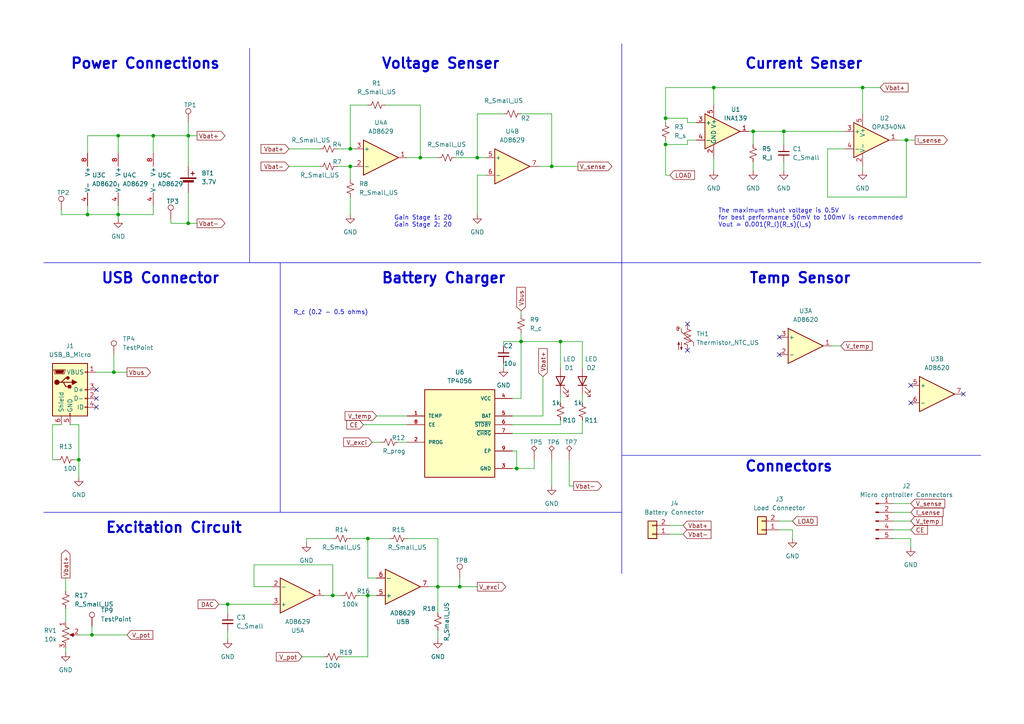
<source format=kicad_sch>
(kicad_sch (version 20230121) (generator eeschema)
  (paper "A4")
  (lib_symbols
    (symbol "Amplifier_Current:INA139" (pin_names (offset 0.127))
      (property "Reference" "U" (at 3.81 5.08 0))
      (property "Value" "INA139" (at 3.81 2.54 0))
      (symbol "INA139_0_1"
        (polyline (pts (xy -5.08 5.08) (xy 5.08 0) (xy -5.08 -5.08) (xy -5.08 5.08)) (stroke (width 0.254)) (fill (type background)))
      )
      (symbol "INA139_1_1"
        (pin output line (at 7.62 0 180) (length 2.54) (name "~") (number "1"))
        (pin power_in line (at -2.54 -7.62 90) (length 3.81) (name "GND") (number "2"))
        (pin input line (at -7.62 2.54 0) (length 2.54) (name "+") (number "3"))
        (pin input line (at -7.62 -2.54 0) (length 2.54) (name "-") (number "4"))
        (pin power_in line (at -2.54 7.62 270) (length 3.81) (name "V+") (number "5"))
      )
    )
    (symbol "Amplifier_Operational:AD8620" (pin_names (offset 0.127))
      (property "Reference" "U" (at 0 5.08 0))
      (property "Value" "AD8620" (at 0 -5.08 0))
      (symbol "AD8620_1_1"
        (polyline (pts (xy -5.08 5.08) (xy 5.08 0) (xy -5.08 -5.08) (xy -5.08 5.08)) (stroke (width 0.254)) (fill (type background)))
        (pin output line (at 7.62 0 180) (length 2.54) (name "~") (number "1"))
        (pin input line (at -7.62 -2.54 0) (length 2.54) (name "-") (number "2"))
        (pin input line (at -7.62 2.54 0) (length 2.54) (name "+") (number "3"))
      )
      (symbol "AD8620_2_1"
        (polyline (pts (xy -5.08 5.08) (xy 5.08 0) (xy -5.08 -5.08) (xy -5.08 5.08)) (stroke (width 0.254)) (fill (type background)))
        (pin input line (at -7.62 2.54 0) (length 2.54) (name "+") (number "5"))
        (pin input line (at -7.62 -2.54 0) (length 2.54) (name "-") (number "6"))
        (pin output line (at 7.62 0 180) (length 2.54) (name "~") (number "7"))
      )
      (symbol "AD8620_3_1"
        (pin power_in line (at -2.54 -7.62 90) (length 3.81) (name "V-") (number "4"))
        (pin power_in line (at -2.54 7.62 270) (length 3.81) (name "V+") (number "8"))
      )
    )
    (symbol "Amplifier_Operational:OPA340NA" (pin_names (offset 0.127))
      (property "Reference" "U" (at -1.27 6.35 0))
      (property "Value" "OPA340NA" (at -1.27 3.81 0))
      (symbol "OPA340NA_0_1"
        (polyline (pts (xy -5.08 5.08) (xy 5.08 0) (xy -5.08 -5.08) (xy -5.08 5.08)) (stroke (width 0.254)) (fill (type background)))
        (pin power_in line (at -2.54 -7.62 90) (length 3.81) (name "V-") (number "2"))
        (pin power_in line (at -2.54 7.62 270) (length 3.81) (name "V+") (number "5"))
      )
      (symbol "OPA340NA_1_1"
        (pin output line (at 7.62 0 180) (length 2.54) (name "~") (number "1"))
        (pin input line (at -7.62 2.54 0) (length 2.54) (name "+") (number "3"))
        (pin input line (at -7.62 -2.54 0) (length 2.54) (name "-") (number "4"))
      )
    )
    (symbol "Connector:Conn_01x05_Pin" (pin_names (offset 1.016) hide)
      (property "Reference" "J" (at 0 7.62 0))
      (property "Value" "Conn_01x05_Pin" (at 0 -7.62 0))
      (symbol "Conn_01x05_Pin_1_1"
        (polyline (pts (xy 1.27 -5.08) (xy 0.8636 -5.08)) (stroke (width 0.1524)))
        (polyline (pts (xy 1.27 -2.54) (xy 0.8636 -2.54)) (stroke (width 0.1524)))
        (polyline (pts (xy 1.27 0) (xy 0.8636 0)) (stroke (width 0.1524)))
        (polyline (pts (xy 1.27 2.54) (xy 0.8636 2.54)) (stroke (width 0.1524)))
        (polyline (pts (xy 1.27 5.08) (xy 0.8636 5.08)) (stroke (width 0.1524)))
        (rectangle (start 0.8636 -4.953) (end 0 -5.207) (stroke (width 0.1524)) (fill (type outline)))
        (rectangle (start 0.8636 -2.413) (end 0 -2.667) (stroke (width 0.1524)) (fill (type outline)))
        (rectangle (start 0.8636 0.127) (end 0 -0.127) (stroke (width 0.1524)) (fill (type outline)))
        (rectangle (start 0.8636 2.667) (end 0 2.413) (stroke (width 0.1524)) (fill (type outline)))
        (rectangle (start 0.8636 5.207) (end 0 4.953) (stroke (width 0.1524)) (fill (type outline)))
        (pin passive line (at 5.08 5.08 180) (length 3.81) (name "Pin_1") (number "1"))
        (pin passive line (at 5.08 2.54 180) (length 3.81) (name "Pin_2") (number "2"))
        (pin passive line (at 5.08 0 180) (length 3.81) (name "Pin_3") (number "3"))
        (pin passive line (at 5.08 -2.54 180) (length 3.81) (name "Pin_4") (number "4"))
        (pin passive line (at 5.08 -5.08 180) (length 3.81) (name "Pin_5") (number "5"))
      )
    )
    (symbol "Connector:TestPoint" (pin_numbers hide) (pin_names (offset 0.762) hide)
      (property "Reference" "TP" (at 0 6.858 0))
      (property "Value" "TestPoint" (at 0 5.08 0))
      (symbol "TestPoint_0_1"
        (circle (center 0 3.302) (radius 0.762))
      )
      (symbol "TestPoint_1_1"
        (pin passive line (at 0 0 90) (length 2.54) (name "1") (number "1"))
      )
    )
    (symbol "Connector:TestPoint_Alt" (pin_numbers hide) (pin_names (offset 0.762) hide)
      (property "Reference" "TP" (at 0 6.858 0))
      (property "Value" "TestPoint_Alt" (at 0 5.08 0))
      (symbol "TestPoint_Alt_0_1"
        (polyline (pts (xy 0 2.54) (xy -0.762 3.302) (xy 0 4.064) (xy 0.762 3.302) (xy 0 2.54)))
      )
      (symbol "TestPoint_Alt_1_1"
        (pin passive line (at 0 0 90) (length 2.54) (name "1") (number "1"))
      )
    )
    (symbol "Connector:USB_B_Micro" (pin_names (offset 1.016))
      (property "Reference" "J" (at -5.08 11.43 0))
      (property "Value" "USB_B_Micro" (at -5.08 8.89 0))
      (symbol "USB_B_Micro_0_1"
        (rectangle (start -5.08 -7.62) (end 5.08 7.62) (stroke (width 0.254)) (fill (type background)))
        (circle (center -3.81 2.159) (radius 0.635) (stroke (width 0.254)) (fill (type outline)))
        (circle (center -0.635 3.429) (radius 0.381) (stroke (width 0.254)) (fill (type outline)))
        (rectangle (start -0.127 -7.62) (end 0.127 -6.858))
        (polyline (pts (xy -1.905 2.159) (xy 0.635 2.159)) (stroke (width 0.254)))
        (polyline (pts (xy -3.175 2.159) (xy -2.54 2.159) (xy -1.27 3.429) (xy -0.635 3.429)) (stroke (width 0.254)))
        (polyline (pts (xy -2.54 2.159) (xy -1.905 2.159) (xy -1.27 0.889) (xy 0 0.889)) (stroke (width 0.254)))
        (polyline (pts (xy 0.635 2.794) (xy 0.635 1.524) (xy 1.905 2.159) (xy 0.635 2.794)) (stroke (width 0.254)) (fill (type outline)))
        (polyline (pts (xy -4.318 5.588) (xy -1.778 5.588) (xy -2.032 4.826) (xy -4.064 4.826) (xy -4.318 5.588)) (fill (type outline)))
        (polyline (pts (xy -4.699 5.842) (xy -4.699 5.588) (xy -4.445 4.826) (xy -4.445 4.572) (xy -1.651 4.572) (xy -1.651 4.826) (xy -1.397 5.588) (xy -1.397 5.842) (xy -4.699 5.842)))
        (rectangle (start 0.254 1.27) (end -0.508 0.508) (stroke (width 0.254)) (fill (type outline)))
        (rectangle (start 5.08 -5.207) (end 4.318 -4.953))
        (rectangle (start 5.08 -2.667) (end 4.318 -2.413))
        (rectangle (start 5.08 -0.127) (end 4.318 0.127))
        (rectangle (start 5.08 4.953) (end 4.318 5.207))
      )
      (symbol "USB_B_Micro_1_1"
        (pin power_out line (at 7.62 5.08 180) (length 2.54) (name "VBUS") (number "1"))
        (pin bidirectional line (at 7.62 -2.54 180) (length 2.54) (name "D-") (number "2"))
        (pin bidirectional line (at 7.62 0 180) (length 2.54) (name "D+") (number "3"))
        (pin passive line (at 7.62 -5.08 180) (length 2.54) (name "ID") (number "4"))
        (pin power_out line (at 0 -10.16 90) (length 2.54) (name "GND") (number "5"))
        (pin passive line (at -2.54 -10.16 90) (length 2.54) (name "Shield") (number "6"))
      )
    )
    (symbol "Connector_Generic:Conn_01x02" (pin_names (offset 1.016) hide)
      (property "Reference" "J" (at 0 2.54 0))
      (property "Value" "Conn_01x02" (at 0 -5.08 0))
      (symbol "Conn_01x02_1_1"
        (rectangle (start -1.27 -2.413) (end 0 -2.667) (stroke (width 0.1524)))
        (rectangle (start -1.27 0.127) (end 0 -0.127) (stroke (width 0.1524)))
        (rectangle (start -1.27 1.27) (end 1.27 -3.81) (stroke (width 0.254)) (fill (type background)))
        (pin passive line (at -5.08 0 0) (length 3.81) (name "Pin_1") (number "1"))
        (pin passive line (at -5.08 -2.54 0) (length 3.81) (name "Pin_2") (number "2"))
      )
    )
    (symbol "Device:Battery_Cell" (pin_numbers hide) (pin_names (offset 0) hide)
      (property "Reference" "BT" (at 2.54 2.54 0))
      (property "Value" "Battery_Cell" (at 2.54 0 0))
      (symbol "Battery_Cell_0_1"
        (rectangle (start -2.286 1.778) (end 2.286 1.524) (fill (type outline)))
        (rectangle (start -1.524 1.016) (end 1.524 0.508) (fill (type outline)))
        (polyline (pts (xy 0 0.762) (xy 0 0)))
        (polyline (pts (xy 0 1.778) (xy 0 2.54)))
        (polyline (pts (xy 0.762 3.048) (xy 1.778 3.048)) (stroke (width 0.254)))
        (polyline (pts (xy 1.27 3.556) (xy 1.27 2.54)) (stroke (width 0.254)))
      )
      (symbol "Battery_Cell_1_1"
        (pin passive line (at 0 5.08 270) (length 2.54) (name "+") (number "1"))
        (pin passive line (at 0 -2.54 90) (length 2.54) (name "-") (number "2"))
      )
    )
    (symbol "Device:C_Small" (pin_numbers hide) (pin_names (offset 0.254) hide)
      (property "Reference" "C" (at 0.254 1.778 0))
      (property "Value" "C_Small" (at 0.254 -2.032 0))
      (symbol "C_Small_0_1"
        (polyline (pts (xy -1.524 -0.508) (xy 1.524 -0.508)) (stroke (width 0.3302)))
        (polyline (pts (xy -1.524 0.508) (xy 1.524 0.508)) (stroke (width 0.3048)))
      )
      (symbol "C_Small_1_1"
        (pin passive line (at 0 2.54 270) (length 2.032) (name "~") (number "1"))
        (pin passive line (at 0 -2.54 90) (length 2.032) (name "~") (number "2"))
      )
    )
    (symbol "Device:LED" (pin_numbers hide) (pin_names (offset 1.016) hide)
      (property "Reference" "D" (at 0 2.54 0))
      (property "Value" "LED" (at 0 -2.54 0))
      (symbol "LED_0_1"
        (polyline (pts (xy -1.27 -1.27) (xy -1.27 1.27)) (stroke (width 0.254)))
        (polyline (pts (xy -1.27 0) (xy 1.27 0)))
        (polyline (pts (xy 1.27 -1.27) (xy 1.27 1.27) (xy -1.27 0) (xy 1.27 -1.27)) (stroke (width 0.254)))
        (polyline (pts (xy -3.048 -0.762) (xy -4.572 -2.286) (xy -3.81 -2.286) (xy -4.572 -2.286) (xy -4.572 -1.524)))
        (polyline (pts (xy -1.778 -0.762) (xy -3.302 -2.286) (xy -2.54 -2.286) (xy -3.302 -2.286) (xy -3.302 -1.524)))
      )
      (symbol "LED_1_1"
        (pin passive line (at -3.81 0 0) (length 2.54) (name "K") (number "1"))
        (pin passive line (at 3.81 0 180) (length 2.54) (name "A") (number "2"))
      )
    )
    (symbol "Device:R_Potentiometer_US" (pin_names (offset 1.016) hide)
      (property "Reference" "RV" (at -4.445 0 90))
      (property "Value" "R_Potentiometer_US" (at -2.54 0 90))
      (symbol "R_Potentiometer_US_0_1"
        (polyline (pts (xy 0 -2.286) (xy 0 -2.54)))
        (polyline (pts (xy 0 2.54) (xy 0 2.286)))
        (polyline (pts (xy 2.54 0) (xy 1.524 0)))
        (polyline (pts (xy 1.143 0) (xy 2.286 0.508) (xy 2.286 -0.508) (xy 1.143 0)) (fill (type outline)))
        (polyline (pts (xy 0 -0.762) (xy 1.016 -1.143) (xy 0 -1.524) (xy -1.016 -1.905) (xy 0 -2.286)))
        (polyline (pts (xy 0 0.762) (xy 1.016 0.381) (xy 0 0) (xy -1.016 -0.381) (xy 0 -0.762)))
        (polyline (pts (xy 0 2.286) (xy 1.016 1.905) (xy 0 1.524) (xy -1.016 1.143) (xy 0 0.762)))
      )
      (symbol "R_Potentiometer_US_1_1"
        (pin passive line (at 0 3.81 270) (length 1.27) (name "1") (number "1"))
        (pin passive line (at 3.81 0 180) (length 1.27) (name "2") (number "2"))
        (pin passive line (at 0 -3.81 90) (length 1.27) (name "3") (number "3"))
      )
    )
    (symbol "Device:R_Small_US" (pin_numbers hide) (pin_names (offset 0.254) hide)
      (property "Reference" "R" (at 0.762 0.508 0))
      (property "Value" "R_Small_US" (at 0.762 -1.016 0))
      (symbol "R_Small_US_1_1"
        (polyline (pts (xy 0 0) (xy 1.016 -0.381) (xy 0 -0.762) (xy -1.016 -1.143) (xy 0 -1.524)))
        (polyline (pts (xy 0 1.524) (xy 1.016 1.143) (xy 0 0.762) (xy -1.016 0.381) (xy 0 0)))
        (pin passive line (at 0 2.54 270) (length 1.016) (name "~") (number "1"))
        (pin passive line (at 0 -2.54 90) (length 1.016) (name "~") (number "2"))
      )
    )
    (symbol "Device:Thermistor_NTC_US" (pin_numbers hide) (pin_names (offset 0))
      (property "Reference" "TH" (at -4.445 0 90))
      (property "Value" "Thermistor_NTC_US" (at 3.175 0 90))
      (symbol "Thermistor_NTC_US_0_1"
        (arc (start -3.048 2.159) (mid -3.0495 2.3143) (end -3.175 2.413))
        (arc (start -3.048 2.159) (mid -2.9736 1.9794) (end -2.794 1.905))
        (arc (start -3.048 2.794) (mid -2.9736 2.6144) (end -2.794 2.54))
        (arc (start -2.794 1.905) (mid -2.6144 1.9794) (end -2.54 2.159))
        (arc (start -2.794 2.54) (mid -2.4393 2.5587) (end -2.159 2.794))
        (arc (start -2.794 3.048) (mid -2.9736 2.9736) (end -3.048 2.794))
        (arc (start -2.54 2.794) (mid -2.6144 2.9736) (end -2.794 3.048))
        (polyline (pts (xy -2.54 2.159) (xy -2.54 2.794)))
        (polyline (pts (xy 0 -2.286) (xy 0 -2.54)))
        (polyline (pts (xy 0 2.286) (xy 0 2.54)))
        (polyline (pts (xy -1.778 2.54) (xy -1.778 1.524) (xy 1.778 -1.524) (xy 1.778 -2.54)))
        (polyline (pts (xy 0 -0.762) (xy 1.016 -1.143) (xy 0 -1.524) (xy -1.016 -1.905) (xy 0 -2.286)))
        (polyline (pts (xy 0 0.762) (xy 1.016 0.381) (xy 0 0) (xy -1.016 -0.381) (xy 0 -0.762)))
        (polyline (pts (xy 0 2.286) (xy 1.016 1.905) (xy 0 1.524) (xy -1.016 1.143) (xy 0 0.762)))
        (polyline (pts (xy -2.54 -3.683) (xy -2.54 -1.397) (xy -2.794 -2.159) (xy -2.286 -2.159) (xy -2.54 -1.397) (xy -2.54 -1.651)) (fill (type outline)))
        (polyline (pts (xy -1.778 -1.397) (xy -1.778 -3.683) (xy -2.032 -2.921) (xy -1.524 -2.921) (xy -1.778 -3.683) (xy -1.778 -3.429)) (fill (type outline)))
      )
      (symbol "Thermistor_NTC_US_1_1"
        (pin passive line (at 0 3.81 270) (length 1.27) (name "~") (number "1"))
        (pin passive line (at 0 -3.81 90) (length 1.27) (name "~") (number "2"))
      )
    )
    (symbol "custom:TP4056" (pin_names (offset 1.016))
      (property "Reference" "U" (at -10.16 13.208 0))
      (property "Value" "TP4056" (at -10.16 -15.24 0))
      (symbol "TP4056_0_0"
        (rectangle (start -10.16 -12.7) (end 10.16 12.7) (stroke (width 0.254)) (fill (type background)))
        (pin input line (at -15.24 5.08 0) (length 5.08) (name "TEMP") (number "1"))
        (pin bidirectional line (at -15.24 -2.54 0) (length 5.08) (name "PROG") (number "2"))
        (pin power_in line (at 15.24 -10.16 180) (length 5.08) (name "GND") (number "3"))
        (pin power_in line (at 15.24 10.16 180) (length 5.08) (name "VCC") (number "4"))
        (pin output line (at 15.24 5.08 180) (length 5.08) (name "BAT") (number "5"))
        (pin output line (at 15.24 2.54 180) (length 5.08) (name "~{STDBY}") (number "6"))
        (pin output line (at 15.24 0 180) (length 5.08) (name "~{CHRG}") (number "7"))
        (pin input line (at -15.24 2.54 0) (length 5.08) (name "CE") (number "8"))
        (pin passive line (at 15.24 -5.08 180) (length 5.08) (name "EP") (number "9"))
      )
    )
    (symbol "power:GND" (power) (pin_names (offset 0))
      (property "Value" "GND" (at 0 -3.81 0))
      (symbol "GND_0_1"
        (polyline (pts (xy 0 0) (xy 0 -1.27) (xy 1.27 -1.27) (xy 0 -2.54) (xy -1.27 -1.27) (xy 0 -1.27)))
      )
      (symbol "GND_1_1"
        (pin power_in line (at 0 0 270) (length 0) hide (name "GND") (number "1"))
      )
    )
  )
  (junction (at 149.86 135.89))
  (junction (at 160.02 48.26))
  (junction (at 162.56 99.06))
  (junction (at 151.13 99.06))
  (junction (at 138.43 45.72))
  (junction (at 121.92 45.72))
  (junction (at 250.19 25.4))
  (junction (at 101.6 48.26))
  (junction (at 106.68 172.72))
  (junction (at 54.61 39.37))
  (junction (at 193.04 34.29))
  (junction (at 34.29 62.23))
  (junction (at 44.45 39.37))
  (junction (at 33.02 107.95))
  (junction (at 227.33 38.1))
  (junction (at 218.44 38.1))
  (junction (at 101.6 43.18))
  (junction (at 22.86 133.35))
  (junction (at 66.04 175.26))
  (junction (at 106.68 156.21))
  (junction (at 54.61 64.77))
  (junction (at 25.4 62.23))
  (junction (at 133.35 170.18))
  (junction (at 96.52 172.72))
  (junction (at 193.04 41.91))
  (junction (at 26.67 184.15))
  (junction (at 262.89 40.64))
  (junction (at 34.29 39.37))
  (junction (at 207.01 25.4))
  (junction (at 127 170.18))
  (no_connect (at 199.39 101.6))
  (no_connect (at 264.16 116.84))
  (no_connect (at 264.16 111.76))
  (no_connect (at 199.39 93.98))
  (no_connect (at 27.94 118.11))
  (no_connect (at 27.94 115.57))
  (no_connect (at 226.06 97.79))
  (no_connect (at 27.94 113.03))
  (no_connect (at 279.4 114.3))
  (no_connect (at 226.06 102.87))
  (wire (pts (xy 227.33 38.1) (xy 245.11 38.1)))
  (wire (pts (xy 207.01 25.4) (xy 250.19 25.4)))
  (wire (pts (xy 193.04 34.29) (xy 193.04 35.56)))
  (wire (pts (xy 19.05 167.64) (xy 19.05 171.45)))
  (wire (pts (xy 54.61 39.37) (xy 57.15 39.37)))
  (wire (pts (xy 166.37 140.97) (xy 165.1 140.97)))
  (wire (pts (xy 127 170.18) (xy 127 177.8)))
  (wire (pts (xy 127 170.18) (xy 133.35 170.18)))
  (wire (pts (xy 88.9 156.21) (xy 96.52 156.21)))
  (wire (pts (xy 160.02 33.02) (xy 160.02 48.26)))
  (wire (pts (xy 149.86 130.81) (xy 149.86 135.89)))
  (wire (pts (xy 151.13 91.44) (xy 151.13 90.17)))
  (wire (pts (xy 109.22 120.65) (xy 118.11 120.65)))
  (wire (pts (xy 162.56 123.19) (xy 162.56 121.92)))
  (wire (pts (xy 160.02 48.26) (xy 167.64 48.26)))
  (wire (pts (xy 44.45 59.69) (xy 44.45 62.23)))
  (wire (pts (xy 193.04 34.29) (xy 199.39 34.29)))
  (wire (pts (xy 88.9 157.48) (xy 88.9 156.21)))
  (polyline (pts (xy 180.34 148.59) (xy 81.28 148.59)))
  (wire (pts (xy 168.91 125.73) (xy 168.91 121.92)))
  (wire (pts (xy 96.52 172.72) (xy 99.06 172.72)))
  (wire (pts (xy 165.1 133.35) (xy 165.1 140.97)))
  (polyline (pts (xy 180.34 132.08) (xy 284.48 132.08)))
  (wire (pts (xy 218.44 38.1) (xy 227.33 38.1)))
  (wire (pts (xy 118.11 156.21) (xy 127 156.21)))
  (wire (pts (xy 101.6 43.18) (xy 102.87 43.18)))
  (wire (pts (xy 33.02 107.95) (xy 33.02 102.87)))
  (wire (pts (xy 115.57 128.27) (xy 118.11 128.27)))
  (wire (pts (xy 262.89 40.64) (xy 265.43 40.64)))
  (wire (pts (xy 194.31 50.8) (xy 193.04 50.8)))
  (wire (pts (xy 241.3 100.33) (xy 243.84 100.33)))
  (wire (pts (xy 148.59 130.81) (xy 149.86 130.81)))
  (wire (pts (xy 83.82 48.26) (xy 92.71 48.26)))
  (wire (pts (xy 259.08 146.05) (xy 264.16 146.05)))
  (wire (pts (xy 121.92 45.72) (xy 118.11 45.72)))
  (wire (pts (xy 99.06 190.5) (xy 106.68 190.5)))
  (wire (pts (xy 138.43 50.8) (xy 138.43 62.23)))
  (wire (pts (xy 104.14 172.72) (xy 106.68 172.72)))
  (wire (pts (xy 54.61 55.88) (xy 54.61 64.77)))
  (wire (pts (xy 66.04 175.26) (xy 66.04 177.8)))
  (wire (pts (xy 73.66 163.83) (xy 96.52 163.83)))
  (wire (pts (xy 78.74 170.18) (xy 73.66 170.18)))
  (wire (pts (xy 168.91 99.06) (xy 168.91 106.68)))
  (wire (pts (xy 124.46 170.18) (xy 127 170.18)))
  (wire (pts (xy 25.4 39.37) (xy 34.29 39.37)))
  (wire (pts (xy 151.13 99.06) (xy 162.56 99.06)))
  (wire (pts (xy 250.19 49.53) (xy 250.19 48.26)))
  (wire (pts (xy 154.94 135.89) (xy 149.86 135.89)))
  (polyline (pts (xy 72.39 13.97) (xy 72.39 76.2)))
  (polyline (pts (xy 180.34 76.2) (xy 180.34 166.37)))
  (wire (pts (xy 207.01 45.72) (xy 207.01 49.53)))
  (wire (pts (xy 193.04 50.8) (xy 193.04 41.91)))
  (wire (pts (xy 162.56 99.06) (xy 162.56 106.68)))
  (wire (pts (xy 148.59 115.57) (xy 151.13 115.57)))
  (wire (pts (xy 87.63 190.5) (xy 93.98 190.5)))
  (wire (pts (xy 66.04 182.88) (xy 66.04 185.42)))
  (wire (pts (xy 16.51 133.35) (xy 15.24 133.35)))
  (wire (pts (xy 111.76 30.48) (xy 121.92 30.48)))
  (wire (pts (xy 146.05 33.02) (xy 138.43 33.02)))
  (wire (pts (xy 106.68 156.21) (xy 101.6 156.21)))
  (wire (pts (xy 146.05 105.41) (xy 146.05 106.68)))
  (wire (pts (xy 148.59 123.19) (xy 162.56 123.19)))
  (wire (pts (xy 245.11 43.18) (xy 240.03 43.18)))
  (wire (pts (xy 162.56 114.3) (xy 162.56 116.84)))
  (polyline (pts (xy 81.28 148.59) (xy 81.28 76.2)))
  (wire (pts (xy 148.59 125.73) (xy 168.91 125.73)))
  (wire (pts (xy 157.48 120.65) (xy 148.59 120.65)))
  (wire (pts (xy 34.29 59.69) (xy 34.29 62.23)))
  (wire (pts (xy 21.59 133.35) (xy 22.86 133.35)))
  (wire (pts (xy 93.98 172.72) (xy 96.52 172.72)))
  (wire (pts (xy 240.03 43.18) (xy 240.03 57.15)))
  (wire (pts (xy 193.04 25.4) (xy 193.04 34.29)))
  (wire (pts (xy 264.16 156.21) (xy 264.16 158.75)))
  (wire (pts (xy 49.53 64.77) (xy 54.61 64.77)))
  (wire (pts (xy 25.4 62.23) (xy 34.29 62.23)))
  (wire (pts (xy 168.91 114.3) (xy 168.91 116.84)))
  (wire (pts (xy 227.33 41.91) (xy 227.33 38.1)))
  (wire (pts (xy 22.86 133.35) (xy 22.86 123.19)))
  (wire (pts (xy 250.19 25.4) (xy 250.19 33.02)))
  (wire (pts (xy 146.05 99.06) (xy 151.13 99.06)))
  (wire (pts (xy 34.29 44.45) (xy 34.29 39.37)))
  (wire (pts (xy 96.52 163.83) (xy 96.52 172.72)))
  (wire (pts (xy 54.61 39.37) (xy 54.61 48.26)))
  (wire (pts (xy 34.29 62.23) (xy 34.29 63.5)))
  (wire (pts (xy 148.59 135.89) (xy 149.86 135.89)))
  (wire (pts (xy 194.31 152.4) (xy 198.12 152.4)))
  (wire (pts (xy 160.02 133.35) (xy 160.02 140.97)))
  (wire (pts (xy 193.04 25.4) (xy 207.01 25.4)))
  (wire (pts (xy 97.79 48.26) (xy 101.6 48.26)))
  (wire (pts (xy 66.04 175.26) (xy 78.74 175.26)))
  (wire (pts (xy 101.6 57.15) (xy 101.6 62.23)))
  (wire (pts (xy 73.66 170.18) (xy 73.66 163.83)))
  (wire (pts (xy 168.91 99.06) (xy 162.56 99.06)))
  (wire (pts (xy 132.08 45.72) (xy 138.43 45.72)))
  (wire (pts (xy 83.82 43.18) (xy 92.71 43.18)))
  (polyline (pts (xy 12.7 148.59) (xy 81.28 148.59)))
  (wire (pts (xy 151.13 33.02) (xy 160.02 33.02)))
  (wire (pts (xy 201.93 35.56) (xy 199.39 35.56)))
  (wire (pts (xy 63.5 175.26) (xy 66.04 175.26)))
  (wire (pts (xy 227.33 46.99) (xy 227.33 49.53)))
  (wire (pts (xy 240.03 57.15) (xy 262.89 57.15)))
  (wire (pts (xy 101.6 48.26) (xy 101.6 52.07)))
  (polyline (pts (xy 72.39 76.2) (xy 180.34 76.2)))
  (wire (pts (xy 44.45 39.37) (xy 44.45 44.45)))
  (wire (pts (xy 146.05 100.33) (xy 146.05 99.06)))
  (wire (pts (xy 259.08 153.67) (xy 264.16 153.67)))
  (wire (pts (xy 121.92 30.48) (xy 121.92 45.72)))
  (polyline (pts (xy 12.7 76.2) (xy 180.34 76.2)))
  (wire (pts (xy 22.86 123.19) (xy 20.32 123.19)))
  (wire (pts (xy 19.05 176.53) (xy 19.05 180.34)))
  (wire (pts (xy 127 182.88) (xy 127 185.42)))
  (wire (pts (xy 259.08 156.21) (xy 264.16 156.21)))
  (wire (pts (xy 34.29 39.37) (xy 44.45 39.37)))
  (wire (pts (xy 109.22 167.64) (xy 106.68 167.64)))
  (wire (pts (xy 17.78 60.96) (xy 17.78 62.23)))
  (wire (pts (xy 199.39 40.64) (xy 201.93 40.64)))
  (wire (pts (xy 151.13 115.57) (xy 151.13 99.06)))
  (wire (pts (xy 193.04 41.91) (xy 199.39 41.91)))
  (wire (pts (xy 54.61 35.56) (xy 54.61 39.37)))
  (wire (pts (xy 25.4 59.69) (xy 25.4 62.23)))
  (wire (pts (xy 26.67 184.15) (xy 36.83 184.15)))
  (wire (pts (xy 106.68 190.5) (xy 106.68 172.72)))
  (wire (pts (xy 101.6 30.48) (xy 101.6 43.18)))
  (wire (pts (xy 22.86 133.35) (xy 22.86 138.43)))
  (wire (pts (xy 25.4 44.45) (xy 25.4 39.37)))
  (wire (pts (xy 26.67 181.61) (xy 26.67 184.15)))
  (wire (pts (xy 105.41 123.19) (xy 118.11 123.19)))
  (wire (pts (xy 44.45 39.37) (xy 54.61 39.37)))
  (wire (pts (xy 194.31 154.94) (xy 198.12 154.94)))
  (wire (pts (xy 262.89 57.15) (xy 262.89 40.64)))
  (wire (pts (xy 49.53 63.5) (xy 49.53 64.77)))
  (wire (pts (xy 151.13 99.06) (xy 151.13 96.52)))
  (wire (pts (xy 97.79 43.18) (xy 101.6 43.18)))
  (wire (pts (xy 140.97 50.8) (xy 138.43 50.8)))
  (wire (pts (xy 27.94 107.95) (xy 33.02 107.95)))
  (wire (pts (xy 15.24 133.35) (xy 15.24 123.19)))
  (wire (pts (xy 229.87 153.67) (xy 229.87 156.21)))
  (wire (pts (xy 106.68 156.21) (xy 106.68 167.64)))
  (wire (pts (xy 250.19 25.4) (xy 255.27 25.4)))
  (wire (pts (xy 160.02 48.26) (xy 156.21 48.26)))
  (wire (pts (xy 22.86 184.15) (xy 26.67 184.15)))
  (wire (pts (xy 15.24 123.19) (xy 17.78 123.19)))
  (wire (pts (xy 226.06 151.13) (xy 229.87 151.13)))
  (wire (pts (xy 199.39 41.91) (xy 199.39 40.64)))
  (wire (pts (xy 217.17 38.1) (xy 218.44 38.1)))
  (wire (pts (xy 262.89 40.64) (xy 260.35 40.64)))
  (polyline (pts (xy 180.34 76.2) (xy 284.48 76.2)))
  (wire (pts (xy 33.02 107.95) (xy 36.83 107.95)))
  (wire (pts (xy 106.68 30.48) (xy 101.6 30.48)))
  (wire (pts (xy 133.35 167.64) (xy 133.35 170.18)))
  (wire (pts (xy 106.68 172.72) (xy 109.22 172.72)))
  (wire (pts (xy 218.44 46.99) (xy 218.44 49.53)))
  (wire (pts (xy 101.6 48.26) (xy 102.87 48.26)))
  (wire (pts (xy 17.78 62.23) (xy 25.4 62.23)))
  (wire (pts (xy 127 156.21) (xy 127 170.18)))
  (wire (pts (xy 19.05 187.96) (xy 19.05 189.23)))
  (wire (pts (xy 54.61 64.77) (xy 57.15 64.77)))
  (wire (pts (xy 138.43 33.02) (xy 138.43 45.72)))
  (wire (pts (xy 259.08 151.13) (xy 264.16 151.13)))
  (wire (pts (xy 138.43 45.72) (xy 140.97 45.72)))
  (wire (pts (xy 199.39 35.56) (xy 199.39 34.29)))
  (polyline (pts (xy 180.34 12.7) (xy 180.34 76.2)))
  (wire (pts (xy 218.44 38.1) (xy 218.44 41.91)))
  (wire (pts (xy 154.94 133.35) (xy 154.94 135.89)))
  (wire (pts (xy 107.95 128.27) (xy 110.49 128.27)))
  (wire (pts (xy 106.68 156.21) (xy 113.03 156.21)))
  (wire (pts (xy 121.92 45.72) (xy 127 45.72)))
  (wire (pts (xy 133.35 170.18) (xy 138.43 170.18)))
  (wire (pts (xy 259.08 148.59) (xy 264.16 148.59)))
  (wire (pts (xy 226.06 153.67) (xy 229.87 153.67)))
  (wire (pts (xy 207.01 25.4) (xy 207.01 30.48)))
  (wire (pts (xy 34.29 62.23) (xy 44.45 62.23)))
  (wire (pts (xy 157.48 109.22) (xy 157.48 120.65)))
  (wire (pts (xy 193.04 40.64) (xy 193.04 41.91)))
  (text "Excitation Circuit" (at 30.48 154.94 0) (effects (font (size 3 3) (thickness 0.6) bold) (justify left bottom)))
  (text "USB Connector" (at 29.21 82.55 0) (effects (font (size 3 3) (thickness 0.6) bold) (justify left bottom)))
  (text "Battery Charger" (at 110.49 82.55 0) (effects (font (size 3 3) (thickness 0.6) bold) (justify left bottom)))
  (text "The maximum shunt voltage is 0.5V\nfor best performance 50mV to 100mV is recommended\nVout = 0.001(R_l)(R_s)(I_s)" (at 208.28 66.04 0) (effects (font (size 1.27 1.27)) (justify left bottom)))
  (text "R_c (0.2 - 0.5 ohms)" (at 85.09 91.44 0) (effects (font (size 1.27 1.27)) (justify left bottom)))
  (text "Temp Sensor" (at 217.17 82.55 0) (effects (font (size 3 3) (thickness 0.6) bold) (justify left bottom)))
  (text "Power Connections" (at 20.32 20.32 0) (effects (font (size 3 3) (thickness 0.6) bold) (justify left bottom)))
  (text "Voltage Senser" (at 110.49 20.32 0) (effects (font (size 3 3) (thickness 0.6) bold) (justify left bottom)))
  (text "Gain Stage 1: 20\nGain Stage 2: 20" (at 114.3 66.04 0) (effects (font (size 1.27 1.27)) (justify left bottom)))
  (text "Connectors" (at 215.9 137.16 0) (effects (font (size 3 3) (thickness 0.6) bold) (justify left bottom)))
  (text "Current Senser" (at 215.9 20.32 0) (effects (font (size 3 3) (thickness 0.6) bold) (justify left bottom)))
  (global_label "Vbat+" (shape output) (at 19.05 167.64 90) (property "Intersheetrefs" "${INTERSHEET_REFS}" (effects hide)))
  (global_label "Vbat+" (shape input) (at 83.82 43.18 180) (property "Intersheetrefs" "${INTERSHEET_REFS}" (effects hide)))
  (global_label "V_sense" (shape output) (at 167.64 48.26 0) (property "Intersheetrefs" "${INTERSHEET_REFS}" (effects hide)))
  (global_label "Vbat-" (shape input) (at 83.82 48.26 180) (property "Intersheetrefs" "${INTERSHEET_REFS}" (effects hide)))
  (global_label "Vbat+" (shape input) (at 255.27 25.4 0) (property "Intersheetrefs" "${INTERSHEET_REFS}" (effects hide)))
  (global_label "V_exci" (shape input) (at 107.95 128.27 180) (property "Intersheetrefs" "${INTERSHEET_REFS}" (effects hide)))
  (global_label "CE" (shape input) (at 105.41 123.19 180) (property "Intersheetrefs" "${INTERSHEET_REFS}" (effects hide)))
  (global_label "V_temp" (shape input) (at 264.16 151.13 0) (property "Intersheetrefs" "${INTERSHEET_REFS}" (effects hide)))
  (global_label "Vbat+" (shape input) (at 198.12 152.4 0) (property "Intersheetrefs" "${INTERSHEET_REFS}" (effects hide)))
  (global_label "Vbat-" (shape input) (at 198.12 154.94 0) (property "Intersheetrefs" "${INTERSHEET_REFS}" (effects hide)))
  (global_label "CE" (shape input) (at 264.16 153.67 0) (property "Intersheetrefs" "${INTERSHEET_REFS}" (effects hide)))
  (global_label "DAC" (shape input) (at 63.5 175.26 180) (property "Intersheetrefs" "${INTERSHEET_REFS}" (effects hide)))
  (global_label "V_sense" (shape input) (at 264.16 146.05 0) (property "Intersheetrefs" "${INTERSHEET_REFS}" (effects hide)))
  (global_label "Vbat+" (shape input) (at 157.48 109.22 90) (property "Intersheetrefs" "${INTERSHEET_REFS}" (effects hide)))
  (global_label "V_temp" (shape input) (at 109.22 120.65 180) (property "Intersheetrefs" "${INTERSHEET_REFS}" (effects hide)))
  (global_label "V_pot" (shape input) (at 87.63 190.5 180) (property "Intersheetrefs" "${INTERSHEET_REFS}" (effects hide)))
  (global_label "Vbat-" (shape output) (at 166.37 140.97 0) (property "Intersheetrefs" "${INTERSHEET_REFS}" (effects hide)))
  (global_label "LOAD" (shape input) (at 229.87 151.13 0) (property "Intersheetrefs" "${INTERSHEET_REFS}" (effects hide)))
  (global_label "Vbat-" (shape output) (at 57.15 64.77 0) (property "Intersheetrefs" "${INTERSHEET_REFS}" (effects hide)))
  (global_label "V_pot" (shape input) (at 36.83 184.15 0) (property "Intersheetrefs" "${INTERSHEET_REFS}" (effects hide)))
  (global_label "I_sense" (shape output) (at 265.43 40.64 0) (property "Intersheetrefs" "${INTERSHEET_REFS}" (effects hide)))
  (global_label "V_exci" (shape output) (at 138.43 170.18 0) (property "Intersheetrefs" "${INTERSHEET_REFS}" (effects hide)))
  (global_label "Vbus" (shape output) (at 36.83 107.95 0) (property "Intersheetrefs" "${INTERSHEET_REFS}" (effects hide)))
  (global_label "LOAD" (shape input) (at 194.31 50.8 0) (property "Intersheetrefs" "${INTERSHEET_REFS}" (effects hide)))
  (global_label "Vbus" (shape input) (at 151.13 90.17 90) (property "Intersheetrefs" "${INTERSHEET_REFS}" (effects hide)))
  (global_label "Vbat+" (shape output) (at 57.15 39.37 0) (property "Intersheetrefs" "${INTERSHEET_REFS}" (effects hide)))
  (global_label "V_temp" (shape input) (at 243.84 100.33 0) (property "Intersheetrefs" "${INTERSHEET_REFS}" (effects hide)))
  (global_label "I_sense" (shape input) (at 264.16 148.59 0) (property "Intersheetrefs" "${INTERSHEET_REFS}" (effects hide)))
  (symbol (lib_id "Amplifier_Operational:AD8620") (at 27.94 52.07 0) (unit 3)
    (property "Reference" "U3" (at 26.67 50.8 0) (effects (justify left)))
    (property "Value" "AD8620" (at 26.67 53.34 0) (effects (justify left)))
    (property "Footprint" "Package_SO:SOIC-8_3.9x4.9mm_P1.27mm" (effects hide))
    (property "Datasheet" "https://www.analog.com/media/en/technical-documentation/data-sheets/AD8610_8620.pdf" (effects hide))
  )
  (symbol (lib_id "Device:R_Small_US") (at 129.54 45.72 90) (unit 1)
    (property "Reference" "R6" (at 133.35 44.45 90))
    (property "Value" "R_Small_US" (at 129.54 41.91 90))
  )
  (symbol (lib_id "Device:R_Small_US") (at 19.05 173.99 0) (unit 1)
    (property "Reference" "R17" (at 21.59 172.72 0) (effects (justify left)))
    (property "Value" "R_Small_US" (at 21.59 175.26 0) (effects (justify left)))
  )
  (symbol (lib_id "Device:R_Small_US") (at 95.25 48.26 90) (unit 1)
    (property "Reference" "R7" (at 97.79 46.99 90))
    (property "Value" "R_Small_US" (at 92.71 50.8 90))
  )
  (symbol (lib_id "Connector_Generic:Conn_01x02") (at 220.98 153.67 180) (unit 1)
    (property "Reference" "J3" (at 226.06 144.78 0))
    (property "Value" "Load Connector" (at 226.06 147.32 0))
  )
  (symbol (lib_id "Device:R_Small_US") (at 109.22 30.48 90) (unit 1)
    (property "Reference" "R1" (at 109.22 24.13 90))
    (property "Value" "R_Small_US" (at 109.22 26.67 90))
  )
  (symbol (lib_id "power:GND") (at 264.16 158.75 0) (unit 1)
    (property "Reference" "#PWR013" (effects hide))
    (property "Value" "GND" (at 264.16 163.83 0))
  )
  (symbol (lib_id "Device:R_Small_US") (at 113.03 128.27 90) (unit 1)
    (property "Reference" "R12" (at 115.57 127 90))
    (property "Value" "R_prog" (at 114.3 130.81 90))
  )
  (symbol (lib_id "power:GND") (at 227.33 49.53 0) (unit 1)
    (property "Reference" "#PWR03" (effects hide))
    (property "Value" "GND" (at 227.33 54.61 0))
  )
  (symbol (lib_id "Device:R_Small_US") (at 101.6 172.72 90) (unit 1)
    (property "Reference" "R16" (at 105.41 171.45 90))
    (property "Value" "100k" (at 101.6 175.26 90))
  )
  (symbol (lib_id "Device:R_Small_US") (at 101.6 54.61 180) (unit 1)
    (property "Reference" "R8" (at 104.14 53.34 0) (effects (justify right)))
    (property "Value" "R_Small_US" (at 104.14 55.88 0) (effects (justify right)))
  )
  (symbol (lib_id "Device:R_Small_US") (at 218.44 44.45 0) (unit 1)
    (property "Reference" "R5" (at 220.98 43.18 0) (effects (justify left)))
    (property "Value" "R_l" (at 220.98 45.72 0) (effects (justify left)))
  )
  (symbol (lib_id "power:GND") (at 66.04 185.42 0) (unit 1)
    (property "Reference" "#PWR014" (effects hide))
    (property "Value" "GND" (at 66.04 190.5 0))
  )
  (symbol (lib_id "Device:Thermistor_NTC_US") (at 199.39 97.79 0) (unit 1)
    (property "Reference" "TH1" (at 201.93 96.8375 0) (effects (justify left)))
    (property "Value" "Thermistor_NTC_US" (at 201.93 99.3775 0) (effects (justify left)))
  )
  (symbol (lib_id "power:GND") (at 127 185.42 0) (unit 1)
    (property "Reference" "#PWR015" (effects hide))
    (property "Value" "GND" (at 127 190.5 0))
  )
  (symbol (lib_id "power:GND") (at 229.87 156.21 0) (unit 1)
    (property "Reference" "#PWR011" (effects hide))
    (property "Value" "GND" (at 229.87 161.29 0))
  )
  (symbol (lib_id "Device:LED") (at 162.56 110.49 90) (unit 1)
    (property "Reference" "D1" (at 165.1 106.68 90))
    (property "Value" "LED" (at 165.1 104.14 90))
  )
  (symbol (lib_id "Connector:TestPoint") (at 133.35 167.64 0) (unit 1)
    (property "Reference" "TP8" (at 132.08 162.56 0) (effects (justify left)))
    (property "Value" "TestPoint" (effects hide))
  )
  (symbol (lib_id "Amplifier_Operational:AD8620") (at 110.49 45.72 0) (unit 1)
    (property "Reference" "U4" (at 110.49 35.56 0))
    (property "Value" "AD8629" (at 110.49 38.1 0))
    (property "Footprint" "Package_SO:SOIC-8_3.9x4.9mm_P1.27mm" (effects hide))
    (property "Datasheet" "https://www.analog.com/media/en/technical-documentation/data-sheets/AD8610_8620.pdf" (effects hide))
  )
  (symbol (lib_id "Device:C_Small") (at 66.04 180.34 0) (unit 1)
    (property "Reference" "C3" (at 68.58 179.0763 0) (effects (justify left)))
    (property "Value" "C_Small" (at 68.58 181.6163 0) (effects (justify left)))
  )
  (symbol (lib_id "Connector:TestPoint") (at 17.78 60.96 0) (unit 1)
    (property "Reference" "TP2" (at 16.51 55.88 0) (effects (justify left)))
    (property "Value" "TestPoint" (effects hide))
  )
  (symbol (lib_id "Connector:TestPoint") (at 33.02 102.87 0) (unit 1)
    (property "Reference" "TP4" (at 35.56 98.298 0) (effects (justify left)))
    (property "Value" "TestPoint" (at 35.56 100.838 0) (effects (justify left)))
  )
  (symbol (lib_id "Amplifier_Operational:AD8620") (at 36.83 52.07 0) (unit 3)
    (property "Reference" "U4" (at 35.56 50.8 0) (effects (justify left)))
    (property "Value" "AD8629" (at 35.56 53.34 0) (effects (justify left)))
    (property "Footprint" "Package_SO:SOIC-8_3.9x4.9mm_P1.27mm" (effects hide))
    (property "Datasheet" "https://www.analog.com/media/en/technical-documentation/data-sheets/AD8610_8620.pdf" (effects hide))
  )
  (symbol (lib_id "power:GND") (at 250.19 49.53 0) (unit 1)
    (property "Reference" "#PWR04" (effects hide))
    (property "Value" "GND" (at 250.19 54.61 0))
  )
  (symbol (lib_id "Device:R_Small_US") (at 19.05 133.35 90) (unit 1)
    (property "Reference" "R13" (at 19.05 129.54 90))
    (property "Value" "100" (at 20.32 135.89 90))
  )
  (symbol (lib_id "Device:Battery_Cell") (at 54.61 53.34 0) (unit 1)
    (property "Reference" "BT1" (at 58.42 50.2285 0) (effects (justify left)))
    (property "Value" "3.7V" (at 58.42 52.7685 0) (effects (justify left)))
  )
  (symbol (lib_id "Device:R_Small_US") (at 151.13 93.98 0) (unit 1)
    (property "Reference" "R9" (at 153.67 92.71 0) (effects (justify left)))
    (property "Value" "R_c" (at 153.67 95.25 0) (effects (justify left)))
  )
  (symbol (lib_id "power:GND") (at 19.05 189.23 0) (unit 1)
    (property "Reference" "#PWR016" (effects hide))
    (property "Value" "GND" (at 19.05 194.31 0))
  )
  (symbol (lib_id "Device:R_Small_US") (at 127 180.34 180) (unit 1)
    (property "Reference" "R18" (at 124.46 176.53 0))
    (property "Value" "R_Small_US" (at 129.54 180.34 90))
  )
  (symbol (lib_id "power:GND") (at 101.6 62.23 0) (unit 1)
    (property "Reference" "#PWR06" (effects hide))
    (property "Value" "GND" (at 101.6 67.31 0))
  )
  (symbol (lib_id "Connector:TestPoint") (at 26.67 181.61 0) (unit 1)
    (property "Reference" "TP9" (at 29.21 177.038 0) (effects (justify left)))
    (property "Value" "TestPoint" (at 29.21 179.578 0) (effects (justify left)))
  )
  (symbol (lib_id "Connector:USB_B_Micro") (at 20.32 113.03 0) (unit 1)
    (property "Reference" "J1" (at 20.32 100.33 0))
    (property "Value" "USB_B_Micro" (at 20.32 102.87 0))
  )
  (symbol (lib_id "custom:TP4056") (at 133.35 125.73 0) (unit 1)
    (property "Reference" "U6" (at 133.35 107.95 0))
    (property "Value" "TP4056" (at 133.35 110.49 0))
    (property "Footprint" "TP4056:SOP127P600X175-9N" (effects hide))
    (property "MF" "Texas Instruments" (effects hide))
    (property "Description" "\nCharger Li-Ion Article 1A protection, module with IO TP4056 (micro USB)\n" (effects hide))
    (property "Package" "None" (effects hide))
    (property "Price" "None" (effects hide))
    (property "SnapEDA_Link" "https://www.snapeda.com/parts/TP4056/Texas+Instruments/view-part/?ref=snap" (effects hide))
    (property "MP" "TP4056" (effects hide))
    (property "M_PART_NUMBER" "TP4056" (effects hide))
    (property "Availability" "Not in stock" (effects hide))
    (property "Check_prices" "https://www.snapeda.com/parts/TP4056/Texas+Instruments/view-part/?ref=eda" (effects hide))
  )
  (symbol (lib_id "Amplifier_Operational:AD8620") (at 271.78 114.3 0) (unit 2)
    (property "Reference" "U3" (at 271.78 104.14 0))
    (property "Value" "AD8620" (at 271.78 106.68 0))
    (property "Footprint" "Package_SO:SOIC-8_3.9x4.9mm_P1.27mm" (effects hide))
    (property "Datasheet" "https://www.analog.com/media/en/technical-documentation/data-sheets/AD8610_8620.pdf" (effects hide))
  )
  (symbol (lib_id "Device:R_Small_US") (at 99.06 156.21 90) (unit 1)
    (property "Reference" "R14" (at 99.06 153.67 90))
    (property "Value" "R_Small_US" (at 99.06 158.75 90))
  )
  (symbol (lib_id "Amplifier_Operational:AD8620") (at 148.59 48.26 0) (unit 2)
    (property "Reference" "U4" (at 148.59 38.1 0))
    (property "Value" "AD8629" (at 148.59 40.64 0))
    (property "Footprint" "Package_SO:SOIC-8_3.9x4.9mm_P1.27mm" (effects hide))
    (property "Datasheet" "https://www.analog.com/media/en/technical-documentation/data-sheets/AD8610_8620.pdf" (effects hide))
  )
  (symbol (lib_id "Amplifier_Operational:AD8620") (at 116.84 170.18 0) (mirror x) (unit 2)
    (property "Reference" "U5" (at 116.84 180.34 0))
    (property "Value" "AD8629" (at 116.84 177.8 0))
    (property "Footprint" "Package_SO:SOIC-8_3.9x4.9mm_P1.27mm" (effects hide))
    (property "Datasheet" "https://www.analog.com/media/en/technical-documentation/data-sheets/AD8610_8620.pdf" (effects hide))
  )
  (symbol (lib_id "Connector:TestPoint_Alt") (at 160.02 133.35 0) (unit 1)
    (property "Reference" "TP6" (at 158.75 128.27 0) (effects (justify left)))
    (property "Value" "TestPoint_Alt" (effects hide))
  )
  (symbol (lib_id "Connector:TestPoint_Alt") (at 165.1 133.35 0) (unit 1)
    (property "Reference" "TP7" (at 163.83 128.27 0) (effects (justify left)))
    (property "Value" "TestPoint_Alt" (effects hide))
  )
  (symbol (lib_id "Device:C_Small") (at 146.05 102.87 0) (unit 1)
    (property "Reference" "C2" (at 146.05 100.33 0) (effects (justify left)))
    (property "Value" "10u" (at 146.05 105.41 0) (effects (justify left)))
  )
  (symbol (lib_id "Connector:TestPoint") (at 54.61 35.56 0) (unit 1)
    (property "Reference" "TP1" (at 53.34 30.48 0) (effects (justify left)))
    (property "Value" "TestPoint" (effects hide))
  )
  (symbol (lib_id "power:GND") (at 34.29 63.5 0) (unit 1)
    (property "Reference" "#PWR05" (effects hide))
    (property "Value" "GND" (at 34.29 68.58 0))
  )
  (symbol (lib_id "Device:R_Small_US") (at 193.04 38.1 0) (unit 1)
    (property "Reference" "R3" (at 195.58 36.83 0) (effects (justify left)))
    (property "Value" "R_s" (at 195.58 39.37 0) (effects (justify left)))
  )
  (symbol (lib_id "Device:R_Small_US") (at 96.52 190.5 90) (unit 1)
    (property "Reference" "R19" (at 100.33 189.23 90))
    (property "Value" "100k" (at 96.52 193.04 90))
  )
  (symbol (lib_id "Device:R_Potentiometer_US") (at 19.05 184.15 0) (unit 1)
    (property "Reference" "RV1" (at 16.51 182.88 0) (effects (justify right)))
    (property "Value" "10k" (at 16.51 185.42 0) (effects (justify right)))
  )
  (symbol (lib_id "Amplifier_Operational:AD8620") (at 46.99 52.07 0) (unit 3)
    (property "Reference" "U5" (at 45.72 50.8 0) (effects (justify left)))
    (property "Value" "AD8629" (at 45.72 53.34 0) (effects (justify left)))
    (property "Footprint" "Package_SO:SOIC-8_3.9x4.9mm_P1.27mm" (effects hide))
    (property "Datasheet" "https://www.analog.com/media/en/technical-documentation/data-sheets/AD8610_8620.pdf" (effects hide))
  )
  (symbol (lib_id "power:GND") (at 207.01 49.53 0) (unit 1)
    (property "Reference" "#PWR01" (effects hide))
    (property "Value" "GND" (at 207.01 54.61 0))
  )
  (symbol (lib_id "power:GND") (at 88.9 157.48 0) (unit 1)
    (property "Reference" "#PWR012" (effects hide))
    (property "Value" "GND" (at 88.9 162.56 0))
  )
  (symbol (lib_id "Device:R_Small_US") (at 95.25 43.18 90) (unit 1)
    (property "Reference" "R4" (at 97.79 41.91 90))
    (property "Value" "R_Small_US" (at 90.17 40.64 90))
  )
  (symbol (lib_id "Connector:Conn_01x05_Pin") (at 254 151.13 0) (unit 1)
    (property "Reference" "J2" (at 262.89 140.97 0))
    (property "Value" "Micro controller Connectors" (at 262.89 143.51 0))
  )
  (symbol (lib_id "power:GND") (at 218.44 49.53 0) (unit 1)
    (property "Reference" "#PWR02" (effects hide))
    (property "Value" "GND" (at 218.44 54.61 0))
  )
  (symbol (lib_id "Amplifier_Operational:AD8620") (at 86.36 172.72 0) (mirror x) (unit 1)
    (property "Reference" "U5" (at 86.36 182.88 0))
    (property "Value" "AD8629" (at 86.36 180.34 0))
    (property "Footprint" "Package_SO:SOIC-8_3.9x4.9mm_P1.27mm" (effects hide))
    (property "Datasheet" "https://www.analog.com/media/en/technical-documentation/data-sheets/AD8610_8620.pdf" (effects hide))
  )
  (symbol (lib_id "Connector:TestPoint_Alt") (at 154.94 133.35 0) (unit 1)
    (property "Reference" "TP5" (at 153.67 128.27 0) (effects (justify left)))
    (property "Value" "TestPoint_Alt" (effects hide))
  )
  (symbol (lib_id "Connector:TestPoint") (at 49.53 63.5 0) (unit 1)
    (property "Reference" "TP3" (at 48.26 58.42 0) (effects (justify left)))
    (property "Value" "TestPoint" (effects hide))
  )
  (symbol (lib_id "Connector_Generic:Conn_01x02") (at 189.23 154.94 180) (unit 1)
    (property "Reference" "J4" (at 195.58 146.05 0))
    (property "Value" "Battery Connector" (at 195.58 148.59 0))
  )
  (symbol (lib_id "Device:LED") (at 168.91 110.49 90) (unit 1)
    (property "Reference" "D2" (at 171.45 106.68 90))
    (property "Value" "LED" (at 171.45 104.14 90))
  )
  (symbol (lib_id "Amplifier_Operational:OPA340NA") (at 252.73 40.64 0) (unit 1)
    (property "Reference" "U2" (at 256.54 34.29 0))
    (property "Value" "OPA340NA" (at 257.81 36.83 0))
    (property "Footprint" "Package_TO_SOT_SMD:SOT-23-5" (effects hide))
    (property "Datasheet" "http://www.ti.com/lit/ds/symlink/opa340.pdf" (effects hide))
  )
  (symbol (lib_id "power:GND") (at 138.43 62.23 0) (unit 1)
    (property "Reference" "#PWR07" (effects hide))
    (property "Value" "GND" (at 138.43 67.31 0))
  )
  (symbol (lib_id "power:GND") (at 160.02 140.97 0) (unit 1)
    (property "Reference" "#PWR010" (effects hide))
    (property "Value" "GND" (at 160.02 146.05 0))
  )
  (symbol (lib_id "Device:R_Small_US") (at 168.91 119.38 180) (unit 1)
    (property "Reference" "R11" (at 171.45 121.92 0))
    (property "Value" "1k" (at 167.64 116.84 0))
  )
  (symbol (lib_id "Device:R_Small_US") (at 148.59 33.02 90) (unit 1)
    (property "Reference" "R2" (at 152.4 34.29 90))
    (property "Value" "R_Small_US" (at 146.05 29.21 90))
  )
  (symbol (lib_id "Amplifier_Current:INA139") (at 209.55 38.1 0) (unit 1)
    (property "Reference" "U1" (at 213.36 31.75 0))
    (property "Value" "INA139" (at 213.36 34.29 0))
    (property "Footprint" "Package_TO_SOT_SMD:SOT-23-5" (effects hide))
    (property "Datasheet" "http://www.ti.com/lit/ds/symlink/ina169.pdf" (effects hide))
  )
  (symbol (lib_id "Device:R_Small_US") (at 115.57 156.21 90) (unit 1)
    (property "Reference" "R15" (at 115.57 153.67 90))
    (property "Value" "R_Small_US" (at 118.11 158.75 90))
  )
  (symbol (lib_id "Device:R_Small_US") (at 162.56 119.38 180) (unit 1)
    (property "Reference" "R10" (at 165.1 121.92 0))
    (property "Value" "1k" (at 161.29 116.84 0))
  )
  (symbol (lib_id "Device:C_Small") (at 227.33 44.45 0) (unit 1)
    (property "Reference" "C1" (at 229.87 43.1863 0) (effects (justify left)))
    (property "Value" "C_Small" (at 229.87 45.7263 0) (effects (justify left)))
  )
  (symbol (lib_id "Amplifier_Operational:AD8620") (at 233.68 100.33 0) (unit 1)
    (property "Reference" "U3" (at 233.68 90.17 0))
    (property "Value" "AD8620" (at 233.68 92.71 0))
    (property "Footprint" "Package_SO:SOIC-8_3.9x4.9mm_P1.27mm" (effects hide))
    (property "Datasheet" "https://www.analog.com/media/en/technical-documentation/data-sheets/AD8610_8620.pdf" (effects hide))
  )
  (symbol (lib_id "power:GND") (at 22.86 138.43 0) (unit 1)
    (property "Reference" "#PWR09" (effects hide))
    (property "Value" "GND" (at 22.86 143.51 0))
  )
  (symbol (lib_id "power:GND") (at 146.05 106.68 0) (unit 1)
    (property "Reference" "#PWR08" (effects hide))
    (property "Value" "GND" (at 146.05 111.76 0))
  )
)
</source>
